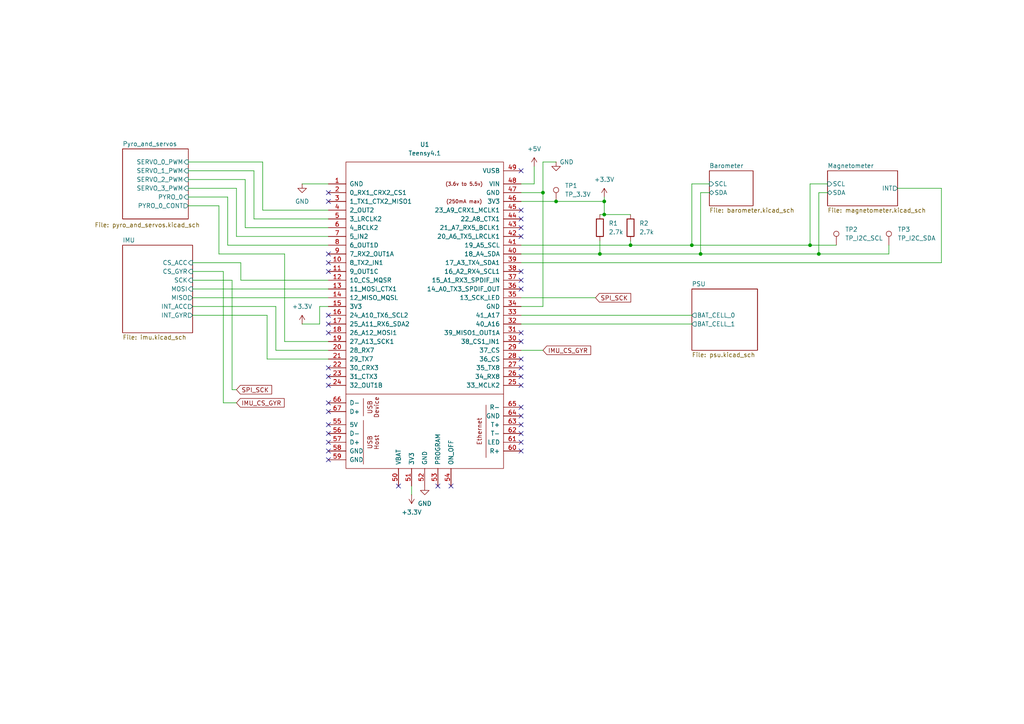
<source format=kicad_sch>
(kicad_sch (version 20250114) (generator "eeschema") (generator_version "9.0")
  (paper "A4")
  (title_block (title "Project Viikate - Avionics") (date "2026-01-30") (rev "1") (company "Aalto Space Association"))
  (lib_symbols
    (symbol "Connector:TestPoint" (pin_numbers (hide yes)) (pin_names (offset 0.762) (hide yes))
      (property "Reference" "TP" (at 0 6.858 0))
      (property "Value" "TestPoint" (at 0 5.08 0))
      (symbol "TestPoint_0_1"
        (circle (center 0 3.302) (radius 0.762))
      )
      (symbol "TestPoint_1_1"
        (pin passive line (at 0 0 90) (length 2.54) (name "1") (number "1"))
      )
    )
    (symbol "Device:R" (pin_numbers (hide yes)) (pin_names (offset 0))
      (property "Reference" "R" (at 2.032 0 90))
      (property "Value" "R" (at 0 0 90))
      (symbol "R_0_1"
        (rectangle (start -1.016 -2.54) (end 1.016 2.54) (stroke (width 0.254)))
      )
      (symbol "R_1_1"
        (pin passive line (at 0 3.81 270) (length 1.27) (name "~") (number "1"))
        (pin passive line (at 0 -3.81 90) (length 1.27) (name "~") (number "2"))
      )
    )
    (symbol "power:+3.3V" (power) (pin_numbers (hide yes)) (pin_names (offset 0) (hide yes))
      (property "Value" "+3.3V" (at 0 3.556 0))
      (symbol "+3.3V_0_1"
        (polyline (pts (xy -0.762 1.27) (xy 0 2.54)))
        (polyline (pts (xy 0 2.54) (xy 0.762 1.27)))
        (polyline (pts (xy 0 0) (xy 0 2.54)))
      )
      (symbol "+3.3V_1_1"
        (pin power_in line (at 0 0 90) (length 0) (name "~") (number "1"))
      )
    )
    (symbol "power:+5V" (power) (pin_numbers (hide yes)) (pin_names (offset 0) (hide yes))
      (property "Value" "+5V" (at 0 3.556 0))
      (symbol "+5V_0_1"
        (polyline (pts (xy -0.762 1.27) (xy 0 2.54)))
        (polyline (pts (xy 0 2.54) (xy 0.762 1.27)))
        (polyline (pts (xy 0 0) (xy 0 2.54)))
      )
      (symbol "+5V_1_1"
        (pin power_in line (at 0 0 90) (length 0) (name "~") (number "1"))
      )
    )
    (symbol "power:GND" (power) (pin_numbers (hide yes)) (pin_names (offset 0) (hide yes))
      (property "Value" "GND" (at 0 -3.81 0))
      (symbol "GND_0_1"
        (polyline (pts (xy 0 0) (xy 0 -1.27) (xy 1.27 -1.27) (xy 0 -2.54) (xy -1.27 -1.27) (xy 0 -1.27)))
      )
      (symbol "GND_1_1"
        (pin power_in line (at 0 0 270) (length 0) (name "~") (number "1"))
      )
    )
    (symbol "teensy:Teensy4.1" (pin_names (offset 1.016))
      (property "Reference" "U" (at 0 64.77 0))
      (property "Value" "Teensy4.1" (at 0 62.23 0))
      (symbol "Teensy4.1_0_0"
        (polyline (pts (xy -22.86 -6.35) (xy 22.86 -6.35)))
        (polyline (pts (xy -17.78 -7.62) (xy -17.78 -12.7)))
        (polyline (pts (xy -17.78 -26.67) (xy -17.78 -13.97)))
        (polyline (pts (xy 17.78 -9.525) (xy 17.78 -24.765)))
        (text "USB" (at -15.875 -10.16 900) (effects (font (size 1.27 1.27))))
        (text "USB" (at -15.875 -20.32 900) (effects (font (size 1.27 1.27))))
        (text "Device" (at -13.97 -10.16 900) (effects (font (size 1.27 1.27))))
        (text "Host" (at -13.97 -20.32 900) (effects (font (size 1.27 1.27))))
        (text "(3.6v to 5.5v)" (at 11.43 54.61 0) (effects (font (size 1.016 1.016))))
        (text "(250mA max)" (at 11.43 49.53 0) (effects (font (size 1.016 1.016))))
        (text "Ethernet" (at 15.875 -17.145 900) (effects (font (size 1.27 1.27))))
        (pin bidirectional line (at -27.94 44.45 0) (length 5.08) (name "3_LRCLK2") (number "5"))
        (pin bidirectional line (at -27.94 41.91 0) (length 5.08) (name "4_BCLK2") (number "6"))
        (pin bidirectional line (at -27.94 39.37 0) (length 5.08) (name "5_IN2") (number "7"))
        (pin bidirectional line (at -27.94 36.83 0) (length 5.08) (name "6_OUT1D") (number "8"))
        (pin bidirectional line (at -27.94 34.29 0) (length 5.08) (name "7_RX2_OUT1A") (number "9"))
        (pin bidirectional line (at -27.94 31.75 0) (length 5.08) (name "8_TX2_IN1") (number "10"))
        (pin bidirectional line (at -27.94 29.21 0) (length 5.08) (name "9_OUT1C") (number "11"))
        (pin bidirectional line (at -27.94 26.67 0) (length 5.08) (name "10_CS_MQSR") (number "12"))
        (pin bidirectional line (at -27.94 24.13 0) (length 5.08) (name "11_MOSI_CTX1") (number "13"))
        (pin bidirectional line (at -27.94 21.59 0) (length 5.08) (name "12_MISO_MQSL") (number "14"))
        (pin unspecified line (at -27.94 19.05 0) (length 5.08) (name "3V3") (number "15"))
        (pin bidirectional line (at -27.94 16.51 0) (length 5.08) (name "24_A10_TX6_SCL2") (number "16"))
        (pin bidirectional line (at -27.94 13.97 0) (length 5.08) (name "25_A11_RX6_SDA2") (number "17"))
        (pin bidirectional line (at -27.94 11.43 0) (length 5.08) (name "26_A12_MOSI1") (number "18"))
        (pin bidirectional line (at -27.94 8.89 0) (length 5.08) (name "27_A13_SCK1") (number "19"))
        (pin bidirectional line (at -27.94 6.35 0) (length 5.08) (name "28_RX7") (number "20"))
        (pin bidirectional line (at -27.94 3.81 0) (length 5.08) (name "29_TX7") (number "21"))
        (pin bidirectional line (at -27.94 1.27 0) (length 5.08) (name "30_CRX3") (number "22"))
        (pin bidirectional line (at -27.94 -1.27 0) (length 5.08) (name "31_CTX3") (number "23"))
        (pin bidirectional line (at -27.94 -3.81 0) (length 5.08) (name "32_OUT1B") (number "24"))
        (pin bidirectional line (at -27.94 -8.89 0) (length 5.08) (name "D-") (number "66"))
        (pin bidirectional line (at -27.94 -11.43 0) (length 5.08) (name "D+") (number "67"))
        (pin power_out line (at -27.94 -15.24 0) (length 5.08) (name "5V") (number "55"))
        (pin bidirectional line (at -27.94 -17.78 0) (length 5.08) (name "D-") (number "56"))
        (pin bidirectional line (at -27.94 -20.32 0) (length 5.08) (name "D+") (number "57"))
        (pin power_in line (at -27.94 -22.86 0) (length 5.08) (name "GND") (number "58"))
        (pin power_in line (at -27.94 -25.4 0) (length 5.08) (name "GND") (number "59"))
        (pin power_in line (at -7.62 -33.02 90) (length 5.08) (name "VBAT") (number "50"))
        (pin power_in line (at -3.81 -33.02 90) (length 5.08) (name "3V3") (number "51"))
        (pin input line (at 0 -33.02 90) (length 5.08) (name "GND") (number "52"))
        (pin input line (at 3.81 -33.02 90) (length 5.08) (name "PROGRAM") (number "53"))
        (pin input line (at 7.62 -33.02 90) (length 5.08) (name "ON_OFF") (number "54"))
        (pin power_out line (at 27.94 58.42 180) (length 5.08) (name "VUSB") (number "49"))
        (pin power_in line (at 27.94 54.61 180) (length 5.08) (name "VIN") (number "48"))
        (pin bidirectional line (at 27.94 46.99 180) (length 5.08) (name "23_A9_CRX1_MCLK1") (number "45"))
        (pin bidirectional line (at 27.94 44.45 180) (length 5.08) (name "22_A8_CTX1") (number "44"))
        (pin bidirectional line (at 27.94 41.91 180) (length 5.08) (name "21_A7_RX5_BCLK1") (number "43"))
        (pin bidirectional line (at 27.94 39.37 180) (length 5.08) (name "20_A6_TX5_LRCLK1") (number "42"))
        (pin bidirectional line (at 27.94 36.83 180) (length 5.08) (name "19_A5_SCL") (number "41"))
        (pin bidirectional line (at 27.94 34.29 180) (length 5.08) (name "18_A4_SDA") (number "40"))
        (pin bidirectional line (at 27.94 31.75 180) (length 5.08) (name "17_A3_TX4_SDA1") (number "39"))
        (pin bidirectional line (at 27.94 29.21 180) (length 5.08) (name "16_A2_RX4_SCL1") (number "38"))
        (pin bidirectional line (at 27.94 26.67 180) (length 5.08) (name "15_A1_RX3_SPDIF_IN") (number "37"))
        (pin bidirectional line (at 27.94 24.13 180) (length 5.08) (name "14_A0_TX3_SPDIF_OUT") (number "36"))
        (pin bidirectional line (at 27.94 21.59 180) (length 5.08) (name "13_SCK_LED") (number "35"))
        (pin bidirectional line (at 27.94 16.51 180) (length 5.08) (name "41_A17") (number "33"))
        (pin bidirectional line (at 27.94 13.97 180) (length 5.08) (name "40_A16") (number "32"))
        (pin bidirectional line (at 27.94 11.43 180) (length 5.08) (name "39_MISO1_OUT1A") (number "31"))
        (pin bidirectional line (at 27.94 8.89 180) (length 5.08) (name "38_CS1_IN1") (number "30"))
        (pin bidirectional line (at 27.94 6.35 180) (length 5.08) (name "37_CS") (number "29"))
        (pin bidirectional line (at 27.94 3.81 180) (length 5.08) (name "36_CS") (number "28"))
        (pin bidirectional line (at 27.94 1.27 180) (length 5.08) (name "35_TX8") (number "27"))
        (pin bidirectional line (at 27.94 -1.27 180) (length 5.08) (name "34_RX8") (number "26"))
        (pin bidirectional line (at 27.94 -3.81 180) (length 5.08) (name "33_MCLK2") (number "25"))
        (pin bidirectional line (at 27.94 -10.16 180) (length 5.08) (name "R-") (number "65"))
        (pin power_in line (at 27.94 -12.7 180) (length 5.08) (name "GND") (number "64"))
        (pin bidirectional line (at 27.94 -15.24 180) (length 5.08) (name "T+") (number "63"))
        (pin bidirectional line (at 27.94 -17.78 180) (length 5.08) (name "T-") (number "62"))
        (pin bidirectional line (at 27.94 -20.32 180) (length 5.08) (name "LED") (number "61"))
        (pin bidirectional line (at 27.94 -22.86 180) (length 5.08) (name "R+") (number "60"))
      )
      (symbol "Teensy4.1_0_1"
        (rectangle (start -22.86 60.96) (end 22.86 -27.94))
        (rectangle (start -20.32 -1.27) (end -20.32 -1.27))
      )
      (symbol "Teensy4.1_1_0"
        (pin power_in line (at 27.94 52.07 180) (length 5.08) (name "GND") (number "47"))
        (pin power_out line (at 27.94 49.53 180) (length 5.08) (name "3V3") (number "46"))
      )
      (symbol "Teensy4.1_1_1"
        (pin power_in line (at -27.94 54.61 0) (length 5.08) (name "GND") (number "1"))
        (pin bidirectional line (at -27.94 52.07 0) (length 5.08) (name "0_RX1_CRX2_CS1") (number "2"))
        (pin bidirectional line (at -27.94 49.53 0) (length 5.08) (name "1_TX1_CTX2_MISO1") (number "3"))
        (pin bidirectional line (at -27.94 46.99 0) (length 5.08) (name "2_OUT2") (number "4"))
        (pin power_in line (at 27.94 19.05 180) (length 5.08) (name "GND") (number "34"))
      )
    )
  )
  (junction (at 234.95 71.12))
  (junction (at 175.26 58.42))
  (junction (at 203.2 73.66))
  (junction (at 237.49 73.66))
  (junction (at 157.48 55.88))
  (junction (at 182.88 71.12))
  (junction (at 161.29 58.42))
  (junction (at 200.66 71.12))
  (junction (at 175.26 62.23))
  (junction (at 173.99 73.66))
  (no_connect (at 151.13 81.28))
  (no_connect (at 151.13 96.52))
  (no_connect (at 95.25 119.38))
  (no_connect (at 151.13 49.53))
  (no_connect (at 151.13 63.5))
  (no_connect (at 151.13 78.74))
  (no_connect (at 95.25 109.22))
  (no_connect (at 95.25 91.44))
  (no_connect (at 95.25 125.73))
  (no_connect (at 95.25 93.98))
  (no_connect (at 130.81 140.97))
  (no_connect (at 95.25 76.2))
  (no_connect (at 151.13 130.81))
  (no_connect (at 151.13 68.58))
  (no_connect (at 151.13 111.76))
  (no_connect (at 151.13 106.68))
  (no_connect (at 95.25 133.35))
  (no_connect (at 151.13 99.06))
  (no_connect (at 151.13 104.14))
  (no_connect (at 127 140.97))
  (no_connect (at 151.13 66.04))
  (no_connect (at 95.25 116.84))
  (no_connect (at 95.25 96.52))
  (no_connect (at 151.13 120.65))
  (no_connect (at 151.13 118.11))
  (no_connect (at 95.25 111.76))
  (no_connect (at 95.25 58.42))
  (no_connect (at 151.13 109.22))
  (no_connect (at 151.13 83.82))
  (no_connect (at 95.25 55.88))
  (no_connect (at 95.25 130.81))
  (no_connect (at 95.25 123.19))
  (no_connect (at 95.25 73.66))
  (no_connect (at 95.25 106.68))
  (no_connect (at 151.13 128.27))
  (no_connect (at 95.25 128.27))
  (no_connect (at 151.13 123.19))
  (no_connect (at 95.25 78.74))
  (no_connect (at 151.13 60.96))
  (no_connect (at 115.57 140.97))
  (no_connect (at 151.13 125.73))
  (wire (pts (xy 157.48 55.88) (xy 151.13 55.88)))
  (wire (pts (xy 63.5 73.66) (xy 63.5 59.69)))
  (wire (pts (xy 71.12 66.04) (xy 71.12 52.07)))
  (wire (pts (xy 151.13 101.6) (xy 157.48 101.6)))
  (wire (pts (xy 68.58 68.58) (xy 68.58 54.61)))
  (wire (pts (xy 63.5 59.69) (xy 54.61 59.69)))
  (wire (pts (xy 182.88 69.85) (xy 182.88 71.12)))
  (wire (pts (xy 237.49 73.66) (xy 257.81 73.66)))
  (wire (pts (xy 173.99 73.66) (xy 203.2 73.66)))
  (wire (pts (xy 67.31 81.28) (xy 67.31 113.03)))
  (wire (pts (xy 55.88 88.9) (xy 80.01 88.9)))
  (wire (pts (xy 82.55 73.66) (xy 63.5 73.66)))
  (wire (pts (xy 200.66 71.12) (xy 234.95 71.12)))
  (wire (pts (xy 95.25 66.04) (xy 71.12 66.04)))
  (wire (pts (xy 203.2 73.66) (xy 237.49 73.66)))
  (wire (pts (xy 151.13 58.42) (xy 161.29 58.42)))
  (wire (pts (xy 151.13 88.9) (xy 157.48 88.9)))
  (wire (pts (xy 119.38 140.97) (xy 119.38 143.51)))
  (wire (pts (xy 161.29 58.42) (xy 175.26 58.42)))
  (wire (pts (xy 55.88 86.36) (xy 95.25 86.36)))
  (wire (pts (xy 55.88 91.44) (xy 77.47 91.44)))
  (wire (pts (xy 77.47 104.14) (xy 95.25 104.14)))
  (wire (pts (xy 200.66 53.34) (xy 200.66 71.12)))
  (wire (pts (xy 273.05 76.2) (xy 151.13 76.2)))
  (wire (pts (xy 273.05 54.61) (xy 273.05 76.2)))
  (wire (pts (xy 237.49 55.88) (xy 237.49 73.66)))
  (wire (pts (xy 64.77 116.84) (xy 64.77 78.74)))
  (wire (pts (xy 157.48 46.99) (xy 157.48 55.88)))
  (wire (pts (xy 151.13 93.98) (xy 200.66 93.98)))
  (wire (pts (xy 55.88 78.74) (xy 64.77 78.74)))
  (wire (pts (xy 95.25 68.58) (xy 68.58 68.58)))
  (wire (pts (xy 173.99 69.85) (xy 173.99 73.66)))
  (wire (pts (xy 203.2 55.88) (xy 203.2 73.66)))
  (wire (pts (xy 154.94 53.34) (xy 154.94 48.26)))
  (wire (pts (xy 175.26 57.15) (xy 175.26 58.42)))
  (wire (pts (xy 80.01 101.6) (xy 80.01 88.9)))
  (wire (pts (xy 234.95 71.12) (xy 234.95 53.34)))
  (wire (pts (xy 257.81 73.66) (xy 257.81 71.12)))
  (wire (pts (xy 54.61 57.15) (xy 66.04 57.15)))
  (wire (pts (xy 240.03 55.88) (xy 237.49 55.88)))
  (wire (pts (xy 67.31 113.03) (xy 68.58 113.03)))
  (wire (pts (xy 80.01 101.6) (xy 95.25 101.6)))
  (wire (pts (xy 69.85 81.28) (xy 95.25 81.28)))
  (wire (pts (xy 151.13 71.12) (xy 182.88 71.12)))
  (wire (pts (xy 73.66 63.5) (xy 73.66 49.53)))
  (wire (pts (xy 151.13 73.66) (xy 173.99 73.66)))
  (wire (pts (xy 66.04 57.15) (xy 66.04 71.12)))
  (wire (pts (xy 260.35 54.61) (xy 273.05 54.61)))
  (wire (pts (xy 205.74 55.88) (xy 203.2 55.88)))
  (wire (pts (xy 92.71 93.98) (xy 87.63 93.98)))
  (wire (pts (xy 92.71 88.9) (xy 95.25 88.9)))
  (wire (pts (xy 71.12 52.07) (xy 54.61 52.07)))
  (wire (pts (xy 76.2 46.99) (xy 54.61 46.99)))
  (wire (pts (xy 87.63 53.34) (xy 95.25 53.34)))
  (wire (pts (xy 68.58 54.61) (xy 54.61 54.61)))
  (wire (pts (xy 82.55 99.06) (xy 82.55 73.66)))
  (wire (pts (xy 77.47 104.14) (xy 77.47 91.44)))
  (wire (pts (xy 205.74 53.34) (xy 200.66 53.34)))
  (wire (pts (xy 151.13 86.36) (xy 172.72 86.36)))
  (wire (pts (xy 157.48 55.88) (xy 157.48 88.9)))
  (wire (pts (xy 66.04 71.12) (xy 95.25 71.12)))
  (wire (pts (xy 73.66 49.53) (xy 54.61 49.53)))
  (wire (pts (xy 55.88 81.28) (xy 67.31 81.28)))
  (wire (pts (xy 151.13 53.34) (xy 154.94 53.34)))
  (wire (pts (xy 175.26 58.42) (xy 175.26 62.23)))
  (wire (pts (xy 55.88 83.82) (xy 95.25 83.82)))
  (wire (pts (xy 175.26 62.23) (xy 182.88 62.23)))
  (wire (pts (xy 182.88 71.12) (xy 200.66 71.12)))
  (wire (pts (xy 234.95 53.34) (xy 240.03 53.34)))
  (wire (pts (xy 64.77 116.84) (xy 68.58 116.84)))
  (wire (pts (xy 73.66 63.5) (xy 95.25 63.5)))
  (wire (pts (xy 173.99 62.23) (xy 175.26 62.23)))
  (wire (pts (xy 69.85 81.28) (xy 69.85 76.2)))
  (wire (pts (xy 151.13 91.44) (xy 200.66 91.44)))
  (wire (pts (xy 95.25 99.06) (xy 82.55 99.06)))
  (wire (pts (xy 92.71 93.98) (xy 92.71 88.9)))
  (wire (pts (xy 157.48 46.99) (xy 161.29 46.99)))
  (wire (pts (xy 69.85 76.2) (xy 55.88 76.2)))
  (wire (pts (xy 76.2 60.96) (xy 76.2 46.99)))
  (wire (pts (xy 234.95 71.12) (xy 242.57 71.12)))
  (wire (pts (xy 95.25 60.96) (xy 76.2 60.96)))
  (global_label "IMU_CS_GYR" (shape input) (at 68.58 116.84 0) (property "Intersheetrefs" "${INTERSHEET_REFS}" (effects (hide yes))))
  (global_label "SPI_SCK" (shape input) (at 172.72 86.36 0) (property "Intersheetrefs" "${INTERSHEET_REFS}" (effects (hide yes))))
  (global_label "SPI_SCK" (shape input) (at 68.58 113.03 0) (property "Intersheetrefs" "${INTERSHEET_REFS}" (effects (hide yes))))
  (global_label "IMU_CS_GYR" (shape input) (at 157.48 101.6 0) (property "Intersheetrefs" "${INTERSHEET_REFS}" (effects (hide yes))))
  (symbol (lib_id "Device:R") (at 182.88 66.04 0) (unit 1)
    (property "Reference" "R2" (at 185.42 64.7699 0) (effects (justify left)))
    (property "Value" "2.7k" (at 185.42 67.3099 0) (effects (justify left)))
    (property "Footprint" "Resistor_SMD:R_0805_2012Metric_Pad1.20x1.40mm_HandSolder" (effects (hide yes)))
    (property "Description" "Resistor" (effects (hide yes)))
  )
  (symbol (lib_id "Device:R") (at 173.99 66.04 0) (unit 1)
    (property "Reference" "R1" (at 176.53 64.7699 0) (effects (justify left)))
    (property "Value" "2.7k" (at 176.53 67.3099 0) (effects (justify left)))
    (property "Footprint" "Resistor_SMD:R_0805_2012Metric_Pad1.20x1.40mm_HandSolder" (effects (hide yes)))
    (property "Description" "Resistor" (effects (hide yes)))
  )
  (symbol (lib_id "power:GND") (at 87.63 53.34 0) (unit 1)
    (property "Reference" "#PWR01" (effects (hide yes)))
    (property "Value" "GND" (at 87.63 58.42 0))
    (property "Description" "Power symbol creates a global label with name \"GND\" , ground" (effects (hide yes)))
  )
  (symbol (lib_id "Connector:TestPoint") (at 161.29 58.42 0) (unit 1)
    (property "Reference" "TP1" (at 163.83 53.8479 0) (effects (justify left)))
    (property "Value" "TP_3.3V" (at 163.83 56.3879 0) (effects (justify left)))
    (property "Footprint" "TestPoint:TestPoint_Pad_D1.5mm" (effects (hide yes)))
    (property "Description" "test point" (effects (hide yes)))
  )
  (symbol (lib_id "power:+3.3V") (at 175.26 57.15 0) (unit 1)
    (property "Reference" "#PWR07" (effects (hide yes)))
    (property "Value" "+3.3V" (at 175.26 52.07 0))
    (property "Description" "Power symbol creates a global label with name \"+3.3V\"" (effects (hide yes)))
  )
  (symbol (lib_id "power:+5V") (at 154.94 48.26 0) (unit 1)
    (property "Reference" "#PWR05" (effects (hide yes)))
    (property "Value" "+5V" (at 154.94 43.18 0))
    (property "Description" "Power symbol creates a global label with name \"+5V\"" (effects (hide yes)))
  )
  (symbol (lib_id "power:+3.3V") (at 119.38 143.51 180) (unit 1)
    (property "Reference" "#PWR03" (effects (hide yes)))
    (property "Value" "+3.3V" (at 119.38 148.59 0))
    (property "Description" "Power symbol creates a global label with name \"+3.3V\"" (effects (hide yes)))
  )
  (symbol (lib_id "Connector:TestPoint") (at 257.81 71.12 0) (unit 1)
    (property "Reference" "TP3" (at 260.35 66.5479 0) (effects (justify left)))
    (property "Value" "TP_I2C_SDA" (at 260.35 69.0879 0) (effects (justify left)))
    (property "Footprint" "TestPoint:TestPoint_Pad_D1.5mm" (effects (hide yes)))
    (property "Description" "test point" (effects (hide yes)))
  )
  (symbol (lib_id "power:GND") (at 123.19 140.97 0) (unit 1)
    (property "Reference" "#PWR04" (effects (hide yes)))
    (property "Value" "GND" (at 123.19 146.05 0))
    (property "Description" "Power symbol creates a global label with name \"GND\" , ground" (effects (hide yes)))
  )
  (symbol (lib_id "teensy:Teensy4.1") (at 123.19 107.95 0) (unit 1)
    (property "Reference" "U1" (at 123.19 41.91 0))
    (property "Value" "Teensy4.1" (at 123.19 44.45 0))
    (property "Footprint" "libraries:Teensy41" (effects (hide yes)))
  )
  (symbol (lib_id "power:GND") (at 161.29 46.99 0) (unit 1)
    (property "Reference" "#PWR06" (effects (hide yes)))
    (property "Value" "GND" (at 164.338 46.99 0))
    (property "Description" "Power symbol creates a global label with name \"GND\" , ground" (effects (hide yes)))
  )
  (symbol (lib_id "power:+3.3V") (at 87.63 93.98 0) (unit 1)
    (property "Reference" "#PWR02" (effects (hide yes)))
    (property "Value" "+3.3V" (at 87.63 88.9 0))
    (property "Description" "Power symbol creates a global label with name \"+3.3V\"" (effects (hide yes)))
  )
  (symbol (lib_id "Connector:TestPoint") (at 242.57 71.12 0) (unit 1)
    (property "Reference" "TP2" (at 245.11 66.5479 0) (effects (justify left)))
    (property "Value" "TP_I2C_SCL" (at 245.11 69.0879 0) (effects (justify left)))
    (property "Footprint" "TestPoint:TestPoint_Pad_D1.5mm" (effects (hide yes)))
    (property "Description" "test point" (effects (hide yes)))
  )
  (sheet (at 240.03 49.53) (size 20.32 10.16) (stroke (width 0.1524))
    (property "Sheetname" "Magnetometer" (at 240.03 48.8184 0) (effects (justify left bottom)))
    (property "Sheetfile" "magnetometer.kicad_sch" (at 240.03 60.2746 0) (effects (justify left top)))
    (pin "INT" output (at 260.35 54.61 0))
    (pin "SCL" input (at 240.03 53.34 180))
    (pin "SDA" bidirectional (at 240.03 55.88 180))
  )
  (sheet (at 205.74 49.53) (size 12.7 10.16) (stroke (width 0.1524))
    (property "Sheetname" "Barometer" (at 205.74 48.8184 0) (effects (justify left bottom)))
    (property "Sheetfile" "barometer.kicad_sch" (at 205.74 60.2746 0) (effects (justify left top)))
    (pin "SCL" input (at 205.74 53.34 180))
    (pin "SDA" bidirectional (at 205.74 55.88 180))
  )
  (sheet (at 200.66 83.82) (size 19.05 17.78) (stroke (width 0.1524))
    (property "Sheetname" "PSU" (at 200.66 83.1084 0) (effects (justify left bottom)))
    (property "Sheetfile" "psu.kicad_sch" (at 200.66 102.1846 0) (effects (justify left top)))
    (pin "BAT_CELL_0" output (at 200.66 91.44 180))
    (pin "BAT_CELL_1" output (at 200.66 93.98 180))
  )
  (sheet (at 35.56 43.18) (size 19.05 20.32) (stroke (width 0.1524))
    (property "Sheetname" "Pyro_and_servos" (at 35.56 42.4684 0) (effects (justify left bottom)))
    (property "Sheetfile" "pyro_and_servos.kicad_sch" (at 27.432 64.516 0) (effects (justify left top)))
    (pin "SERVO_0_PWM" input (at 54.61 46.99 0))
    (pin "SERVO_1_PWM" input (at 54.61 49.53 0))
    (pin "SERVO_2_PWM" input (at 54.61 52.07 0))
    (pin "SERVO_3_PWM" input (at 54.61 54.61 0))
    (pin "PYRO_0" input (at 54.61 57.15 0))
    (pin "PYRO_0_CONT" output (at 54.61 59.69 0))
  )
  (sheet (at 35.56 71.12) (size 20.32 25.4) (stroke (width 0.1524))
    (property "Sheetname" "IMU" (at 35.56 70.4084 0) (effects (justify left bottom)))
    (property "Sheetfile" "imu.kicad_sch" (at 35.56 97.1046 0) (effects (justify left top)))
    (pin "INT_ACC" output (at 55.88 88.9 0))
    (pin "INT_GYR" output (at 55.88 91.44 0))
    (pin "MISO" output (at 55.88 86.36 0))
    (pin "MOSI" input (at 55.88 83.82 0))
    (pin "SCK" input (at 55.88 81.28 0))
    (pin "CS_ACC" input (at 55.88 76.2 0))
    (pin "CS_GYR" input (at 55.88 78.74 0))
  )
)
</source>
